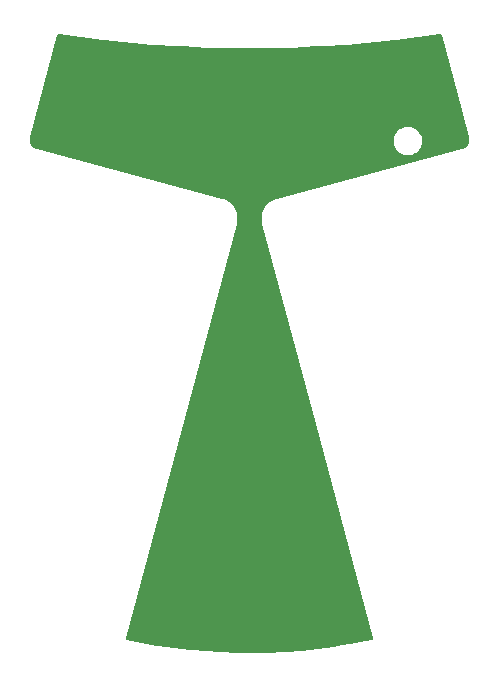
<source format=gbr>
%TF.GenerationSoftware,KiCad,Pcbnew,(5.99.0-12889-g70df3822b5)*%
%TF.CreationDate,2021-11-17T13:45:05-05:00*%
%TF.ProjectId,cover,636f7665-722e-46b6-9963-61645f706362,rev?*%
%TF.SameCoordinates,Original*%
%TF.FileFunction,Copper,L1,Top*%
%TF.FilePolarity,Positive*%
%FSLAX46Y46*%
G04 Gerber Fmt 4.6, Leading zero omitted, Abs format (unit mm)*
G04 Created by KiCad (PCBNEW (5.99.0-12889-g70df3822b5)) date 2021-11-17 13:45:05*
%MOMM*%
%LPD*%
G01*
G04 APERTURE LIST*
%TA.AperFunction,ComponentPad*%
%ADD10C,1.200000*%
%TD*%
%TA.AperFunction,ComponentPad*%
%ADD11C,3.000000*%
%TD*%
G04 APERTURE END LIST*
D10*
%TO.P,REF\u002A\u002A,*%
%TO.N,shield*%
X154000000Y-47500000D03*
X140000000Y-47500000D03*
D11*
X147000000Y-65322024D03*
%TD*%
%TA.AperFunction,Conductor*%
%TO.N,shield*%
G36*
X163209357Y-44464995D02*
G01*
X163262519Y-44512051D01*
X163277515Y-44546436D01*
X164970853Y-50866026D01*
X165583888Y-53153892D01*
X165584849Y-53161212D01*
X165585048Y-53161167D01*
X165588192Y-53175004D01*
X165588179Y-53189192D01*
X165594321Y-53201983D01*
X165594929Y-53204659D01*
X165601890Y-53224208D01*
X165603919Y-53232624D01*
X165605255Y-53238852D01*
X165611453Y-53271803D01*
X165611620Y-53272693D01*
X165612636Y-53278958D01*
X165616761Y-53309240D01*
X165617235Y-53312716D01*
X165617928Y-53318974D01*
X165620790Y-53352544D01*
X165621166Y-53358807D01*
X165622332Y-53392147D01*
X165622395Y-53398426D01*
X165621957Y-53427866D01*
X165621902Y-53431546D01*
X165621655Y-53437770D01*
X165619683Y-53468308D01*
X165619532Y-53470649D01*
X165618981Y-53476817D01*
X165615737Y-53505206D01*
X165615258Y-53509394D01*
X165614407Y-53515510D01*
X165609106Y-53547782D01*
X165607963Y-53553814D01*
X165601126Y-53585651D01*
X165599700Y-53591589D01*
X165591331Y-53623048D01*
X165589632Y-53628865D01*
X165579767Y-53659845D01*
X165579765Y-53659850D01*
X165577806Y-53665528D01*
X165566456Y-53696020D01*
X165564227Y-53701592D01*
X165557890Y-53716407D01*
X165551475Y-53731401D01*
X165548976Y-53736878D01*
X165534797Y-53766077D01*
X165534791Y-53766089D01*
X165532038Y-53771429D01*
X165516501Y-53799886D01*
X165513514Y-53805061D01*
X165496604Y-53832801D01*
X165493388Y-53837804D01*
X165490262Y-53842421D01*
X165475182Y-53864694D01*
X165471706Y-53869573D01*
X165452222Y-53895583D01*
X165448500Y-53900309D01*
X165431758Y-53920559D01*
X165427818Y-53925324D01*
X165423855Y-53929890D01*
X165401967Y-53953913D01*
X165397789Y-53958284D01*
X165374720Y-53981272D01*
X165370299Y-53985469D01*
X165346128Y-54007325D01*
X165346120Y-54007332D01*
X165341466Y-54011338D01*
X165316192Y-54032045D01*
X165311337Y-54035828D01*
X165284962Y-54055358D01*
X165279885Y-54058927D01*
X165252486Y-54077197D01*
X165247199Y-54080536D01*
X165218774Y-54097516D01*
X165213304Y-54100601D01*
X165183853Y-54116258D01*
X165178212Y-54119078D01*
X165147731Y-54133374D01*
X165141934Y-54135916D01*
X165110457Y-54148788D01*
X165104523Y-54151042D01*
X165071990Y-54162466D01*
X165065964Y-54164413D01*
X165034369Y-54173741D01*
X165026771Y-54175727D01*
X164992155Y-54183624D01*
X164992154Y-54183625D01*
X164991603Y-54181207D01*
X164987925Y-54181812D01*
X164989069Y-54186083D01*
X149304237Y-58388821D01*
X149303629Y-58386553D01*
X149301288Y-58387630D01*
X149301685Y-58388975D01*
X149289802Y-58392484D01*
X149282175Y-58394479D01*
X149247565Y-58402374D01*
X149247564Y-58402375D01*
X149247371Y-58401527D01*
X149241255Y-58402533D01*
X149242419Y-58406475D01*
X149242416Y-58406477D01*
X149242243Y-58406528D01*
X149223023Y-58412203D01*
X149222668Y-58412296D01*
X149217643Y-58412860D01*
X149210921Y-58415221D01*
X149210915Y-58415222D01*
X149203981Y-58417657D01*
X149197922Y-58419615D01*
X149190993Y-58421661D01*
X149190990Y-58421662D01*
X149184211Y-58423664D01*
X149179808Y-58426135D01*
X149179453Y-58426272D01*
X149141025Y-58439768D01*
X149140693Y-58439873D01*
X149135716Y-58440687D01*
X149129118Y-58443385D01*
X149129112Y-58443387D01*
X149122315Y-58446167D01*
X149116373Y-58448424D01*
X149109524Y-58450829D01*
X149109516Y-58450833D01*
X149102850Y-58453174D01*
X149098586Y-58455859D01*
X149098233Y-58456016D01*
X149061243Y-58471144D01*
X149060918Y-58471265D01*
X149055999Y-58472327D01*
X149049549Y-58475352D01*
X149049547Y-58475353D01*
X149042842Y-58478498D01*
X149037040Y-58481043D01*
X149023775Y-58486468D01*
X149019663Y-58489357D01*
X149019352Y-58489515D01*
X148983729Y-58506222D01*
X148983429Y-58506351D01*
X148978593Y-58507652D01*
X148972310Y-58510992D01*
X148972308Y-58510993D01*
X148965726Y-58514492D01*
X148960090Y-58517309D01*
X148953479Y-58520410D01*
X148947079Y-58523412D01*
X148943134Y-58526491D01*
X148942838Y-58526661D01*
X148908614Y-58544856D01*
X148908336Y-58544993D01*
X148903588Y-58546527D01*
X148891052Y-58554016D01*
X148885591Y-58557096D01*
X148879112Y-58560540D01*
X148879108Y-58560543D01*
X148872859Y-58563865D01*
X148869090Y-58567124D01*
X148868803Y-58567308D01*
X148835984Y-58586914D01*
X148835723Y-58587059D01*
X148831081Y-58588817D01*
X148825152Y-58592771D01*
X148825151Y-58592771D01*
X148818890Y-58596946D01*
X148813637Y-58600264D01*
X148801203Y-58607692D01*
X148797620Y-58611117D01*
X148797373Y-58611293D01*
X148765898Y-58632279D01*
X148765674Y-58632419D01*
X148761155Y-58634390D01*
X148749354Y-58643128D01*
X148744287Y-58646690D01*
X148738085Y-58650825D01*
X148738081Y-58650828D01*
X148732200Y-58654750D01*
X148728809Y-58658330D01*
X148728562Y-58658525D01*
X148698511Y-58680777D01*
X148698296Y-58680926D01*
X148693894Y-58683109D01*
X148682468Y-58692470D01*
X148677641Y-58696230D01*
X148665931Y-58704902D01*
X148662735Y-58708627D01*
X148662532Y-58708804D01*
X148633831Y-58732319D01*
X148633649Y-58732459D01*
X148629381Y-58734841D01*
X148624094Y-58739622D01*
X148618411Y-58744760D01*
X148613764Y-58748760D01*
X148607940Y-58753532D01*
X148602472Y-58758012D01*
X148599481Y-58761865D01*
X148599293Y-58762046D01*
X148571981Y-58786741D01*
X148571813Y-58786883D01*
X148567687Y-58789457D01*
X148557200Y-58799908D01*
X148552776Y-58804109D01*
X148541903Y-58813940D01*
X148539110Y-58817925D01*
X148538967Y-58818077D01*
X148513031Y-58843921D01*
X148512886Y-58844057D01*
X148508902Y-58846817D01*
X148504104Y-58852083D01*
X148504103Y-58852084D01*
X148498892Y-58857803D01*
X148494696Y-58862192D01*
X148489308Y-58867561D01*
X148489306Y-58867564D01*
X148484295Y-58872557D01*
X148481713Y-58876650D01*
X148481582Y-58876803D01*
X148465198Y-58894786D01*
X148457046Y-58903733D01*
X148456919Y-58903864D01*
X148453087Y-58906800D01*
X148448548Y-58912291D01*
X148448543Y-58912295D01*
X148443600Y-58918274D01*
X148439634Y-58922843D01*
X148434494Y-58928484D01*
X148434491Y-58928488D01*
X148429726Y-58933718D01*
X148427349Y-58937922D01*
X148427234Y-58938071D01*
X148404110Y-58966039D01*
X148404005Y-58966159D01*
X148400326Y-58969269D01*
X148396054Y-58974972D01*
X148396052Y-58974974D01*
X148391382Y-58981208D01*
X148387652Y-58985945D01*
X148382772Y-58991848D01*
X148382769Y-58991852D01*
X148378261Y-58997305D01*
X148376099Y-59001599D01*
X148375983Y-59001764D01*
X148354315Y-59030689D01*
X148354201Y-59030831D01*
X148350689Y-59034100D01*
X148346693Y-59040003D01*
X148346688Y-59040008D01*
X148342305Y-59046480D01*
X148338818Y-59051375D01*
X148334220Y-59057513D01*
X148334218Y-59057517D01*
X148329976Y-59063179D01*
X148328026Y-59067563D01*
X148327928Y-59067718D01*
X148327835Y-59067856D01*
X148307700Y-59097593D01*
X148307598Y-59097734D01*
X148304247Y-59101165D01*
X148300537Y-59107250D01*
X148300532Y-59107257D01*
X148296459Y-59113939D01*
X148293214Y-59118987D01*
X148288904Y-59125353D01*
X148284939Y-59131210D01*
X148283202Y-59135675D01*
X148283112Y-59135834D01*
X148282660Y-59136576D01*
X148264352Y-59166610D01*
X148264258Y-59166754D01*
X148261076Y-59170339D01*
X148257662Y-59176592D01*
X148257657Y-59176599D01*
X148253916Y-59183452D01*
X148250912Y-59188656D01*
X148243220Y-59201274D01*
X148241700Y-59205812D01*
X148241611Y-59205989D01*
X148224346Y-59237611D01*
X148224258Y-59237761D01*
X148221249Y-59241496D01*
X148218136Y-59247906D01*
X148218135Y-59247908D01*
X148214725Y-59254931D01*
X148211973Y-59260272D01*
X148204890Y-59273244D01*
X148203587Y-59277853D01*
X148203510Y-59278026D01*
X148187758Y-59310467D01*
X148187673Y-59310629D01*
X148184840Y-59314512D01*
X148178964Y-59328248D01*
X148178958Y-59328261D01*
X148176470Y-59333712D01*
X148170022Y-59346991D01*
X148168939Y-59351663D01*
X148168870Y-59351840D01*
X148164353Y-59362399D01*
X148154643Y-59385095D01*
X148154572Y-59385246D01*
X148151926Y-59389264D01*
X148149440Y-59395942D01*
X148146725Y-59403234D01*
X148144489Y-59408826D01*
X148144479Y-59408850D01*
X148138687Y-59422390D01*
X148137826Y-59427124D01*
X148137762Y-59427313D01*
X148125103Y-59461319D01*
X148125045Y-59461461D01*
X148122585Y-59465619D01*
X148118072Y-59479792D01*
X148116095Y-59485522D01*
X148110959Y-59499316D01*
X148110324Y-59504100D01*
X148110268Y-59504297D01*
X148099225Y-59538974D01*
X148099154Y-59539174D01*
X148096890Y-59543458D01*
X148095058Y-59550342D01*
X148095056Y-59550348D01*
X148093063Y-59557839D01*
X148091368Y-59563643D01*
X148086912Y-59577636D01*
X148086505Y-59582462D01*
X148086458Y-59582666D01*
X148077044Y-59618047D01*
X148076986Y-59618240D01*
X148074923Y-59622652D01*
X148073426Y-59629625D01*
X148073425Y-59629627D01*
X148071811Y-59637140D01*
X148070384Y-59643079D01*
X148068441Y-59650381D01*
X148068439Y-59650392D01*
X148066621Y-59657226D01*
X148066447Y-59662088D01*
X148066409Y-59662299D01*
X148064126Y-59672932D01*
X148058673Y-59698323D01*
X148058618Y-59698543D01*
X148056765Y-59703067D01*
X148055611Y-59710095D01*
X148055608Y-59710104D01*
X148054368Y-59717655D01*
X148053227Y-59723681D01*
X148050161Y-59737958D01*
X148050223Y-59742840D01*
X148050190Y-59743093D01*
X148044177Y-59779697D01*
X148044128Y-59779945D01*
X148042491Y-59784576D01*
X148041682Y-59791655D01*
X148041681Y-59791659D01*
X148040819Y-59799206D01*
X148039971Y-59805305D01*
X148037608Y-59819689D01*
X148037910Y-59824591D01*
X148037888Y-59824857D01*
X148034165Y-59857433D01*
X148033638Y-59862047D01*
X148033599Y-59862313D01*
X148032185Y-59867042D01*
X148031239Y-59881689D01*
X148031239Y-59881692D01*
X148030689Y-59887848D01*
X148029038Y-59902298D01*
X148029582Y-59907203D01*
X148029572Y-59907504D01*
X148027138Y-59945212D01*
X148027109Y-59945512D01*
X148025925Y-59950329D01*
X148025819Y-59957450D01*
X148025818Y-59957456D01*
X148025706Y-59964977D01*
X148025459Y-59971197D01*
X148024527Y-59985640D01*
X148025316Y-59990535D01*
X148025321Y-59990851D01*
X148024752Y-60029089D01*
X148024738Y-60029395D01*
X148023790Y-60034293D01*
X148024039Y-60041420D01*
X148024039Y-60041424D01*
X148024300Y-60048874D01*
X148024363Y-60055158D01*
X148024148Y-60069577D01*
X148025184Y-60074455D01*
X148025206Y-60074785D01*
X148026560Y-60113503D01*
X148026561Y-60113838D01*
X148025857Y-60118798D01*
X148027092Y-60133284D01*
X148027093Y-60133292D01*
X148027472Y-60139586D01*
X148027975Y-60153966D01*
X148029258Y-60158803D01*
X148029299Y-60159158D01*
X148032641Y-60198341D01*
X148032659Y-60198680D01*
X148032204Y-60203685D01*
X148033166Y-60210745D01*
X148034162Y-60218054D01*
X148034859Y-60224355D01*
X148035478Y-60231608D01*
X148035479Y-60231612D01*
X148036080Y-60238663D01*
X148037611Y-60243450D01*
X148037670Y-60243802D01*
X148043068Y-60283429D01*
X148043104Y-60283772D01*
X148042901Y-60288817D01*
X148044219Y-60295824D01*
X148044219Y-60295829D01*
X148045583Y-60303086D01*
X148046599Y-60309352D01*
X148048529Y-60323518D01*
X148050302Y-60328233D01*
X148050384Y-60328606D01*
X148057911Y-60368628D01*
X148057965Y-60368972D01*
X148058018Y-60374030D01*
X148059717Y-60381078D01*
X148061411Y-60388106D01*
X148062745Y-60394328D01*
X148065388Y-60408383D01*
X148067400Y-60413010D01*
X148067501Y-60413378D01*
X148072319Y-60433368D01*
X148073985Y-60447446D01*
X148075833Y-60455581D01*
X148075821Y-60469770D01*
X148082430Y-60483533D01*
X148090551Y-60505455D01*
X152622830Y-77420157D01*
X157484233Y-95563170D01*
X157482543Y-95634146D01*
X157442749Y-95692942D01*
X157389583Y-95718842D01*
X156822635Y-95843494D01*
X156819188Y-95844201D01*
X155482956Y-96099101D01*
X155479491Y-96099712D01*
X154808066Y-96208459D01*
X154136630Y-96317208D01*
X154133173Y-96317718D01*
X153422060Y-96412601D01*
X152784782Y-96497632D01*
X152781286Y-96498049D01*
X151428355Y-96640248D01*
X151424900Y-96640563D01*
X150068528Y-96744931D01*
X150065032Y-96745150D01*
X149776940Y-96759240D01*
X148706271Y-96811604D01*
X148702755Y-96811726D01*
X147744437Y-96831801D01*
X147342737Y-96840215D01*
X147339244Y-96840240D01*
X146697209Y-96835757D01*
X145978889Y-96830742D01*
X145975372Y-96830668D01*
X144615863Y-96783193D01*
X144612348Y-96783021D01*
X143254685Y-96697604D01*
X143251177Y-96697334D01*
X142245554Y-96605815D01*
X141896451Y-96574044D01*
X141892966Y-96573679D01*
X141474032Y-96523724D01*
X140542128Y-96412601D01*
X140538641Y-96412135D01*
X140135505Y-96352605D01*
X139192899Y-96213414D01*
X139189498Y-96212864D01*
X137849732Y-95976627D01*
X137846277Y-95975967D01*
X136611288Y-95722459D01*
X136548581Y-95689168D01*
X136513826Y-95627260D01*
X136514917Y-95566422D01*
X145909397Y-60505734D01*
X145917613Y-60483611D01*
X145917956Y-60482899D01*
X145924120Y-60470119D01*
X145924132Y-60455930D01*
X145925893Y-60448242D01*
X145927633Y-60433652D01*
X145932482Y-60413533D01*
X145932577Y-60413190D01*
X145934601Y-60408557D01*
X145936569Y-60398095D01*
X145937278Y-60394329D01*
X145938613Y-60388103D01*
X145940306Y-60381078D01*
X145940307Y-60381073D01*
X145941962Y-60374204D01*
X145942024Y-60369157D01*
X145942086Y-60368761D01*
X145949604Y-60328785D01*
X145949686Y-60328411D01*
X145951470Y-60323693D01*
X145953429Y-60309314D01*
X145954439Y-60303076D01*
X145957088Y-60288991D01*
X145956894Y-60283952D01*
X145956931Y-60283602D01*
X145962332Y-60243960D01*
X145962387Y-60243629D01*
X145963927Y-60238840D01*
X145964533Y-60231737D01*
X145964534Y-60231730D01*
X145965162Y-60224368D01*
X145965859Y-60218071D01*
X145966839Y-60210876D01*
X145966839Y-60210868D01*
X145967794Y-60203860D01*
X145967348Y-60198856D01*
X145967368Y-60198482D01*
X145970709Y-60159316D01*
X145970748Y-60158985D01*
X145972041Y-60154142D01*
X145972550Y-60139586D01*
X145972929Y-60133284D01*
X145973548Y-60126028D01*
X145973548Y-60126022D01*
X145974149Y-60118974D01*
X145973455Y-60114020D01*
X145973456Y-60113682D01*
X145974811Y-60074933D01*
X145974831Y-60074630D01*
X145975876Y-60069754D01*
X145975659Y-60055158D01*
X145975722Y-60048890D01*
X145975979Y-60041532D01*
X145976226Y-60034469D01*
X145975289Y-60029577D01*
X145975273Y-60029233D01*
X145974704Y-59991018D01*
X145974709Y-59990714D01*
X145975507Y-59985816D01*
X145974563Y-59971186D01*
X145974316Y-59964966D01*
X145974206Y-59957578D01*
X145974205Y-59957573D01*
X145974100Y-59950506D01*
X145972926Y-59945690D01*
X145972897Y-59945386D01*
X145971283Y-59920404D01*
X145970458Y-59907637D01*
X145970450Y-59907383D01*
X145971004Y-59902474D01*
X145969333Y-59887854D01*
X145968786Y-59881734D01*
X145967849Y-59867218D01*
X145966444Y-59862486D01*
X145966401Y-59862195D01*
X145965858Y-59857437D01*
X145962153Y-59825018D01*
X145962132Y-59824765D01*
X145962442Y-59819863D01*
X145960051Y-59805305D01*
X145959206Y-59799231D01*
X145958355Y-59791783D01*
X145958354Y-59791780D01*
X145957551Y-59784752D01*
X145955922Y-59780121D01*
X145955867Y-59779839D01*
X145955844Y-59779697D01*
X145949856Y-59743238D01*
X145949828Y-59743020D01*
X145949898Y-59738131D01*
X145946794Y-59723675D01*
X145945653Y-59717649D01*
X145944433Y-59710221D01*
X145944432Y-59710218D01*
X145943286Y-59703241D01*
X145941442Y-59698718D01*
X145941378Y-59698458D01*
X145941349Y-59698323D01*
X145933648Y-59662462D01*
X145933612Y-59662262D01*
X145933446Y-59657397D01*
X145929637Y-59643079D01*
X145928213Y-59637151D01*
X145926620Y-59629732D01*
X145926618Y-59629726D01*
X145925136Y-59622826D01*
X145923087Y-59618426D01*
X145923014Y-59618182D01*
X145913606Y-59582824D01*
X145913561Y-59582628D01*
X145913163Y-59577805D01*
X145908653Y-59563642D01*
X145906953Y-59557821D01*
X145904995Y-59550462D01*
X145903177Y-59543629D01*
X145900923Y-59539345D01*
X145900847Y-59539129D01*
X145889805Y-59504456D01*
X145889751Y-59504266D01*
X145889124Y-59499480D01*
X145886592Y-59492679D01*
X145883926Y-59485516D01*
X145881951Y-59479792D01*
X145879639Y-59472533D01*
X145877491Y-59465787D01*
X145875041Y-59461631D01*
X145874962Y-59461437D01*
X145862314Y-59427461D01*
X145862256Y-59427288D01*
X145861404Y-59422556D01*
X145858550Y-59415884D01*
X145855541Y-59408850D01*
X145853303Y-59403253D01*
X145850625Y-59396058D01*
X145850623Y-59396054D01*
X145848156Y-59389427D01*
X145845518Y-59385408D01*
X145845430Y-59385218D01*
X145831215Y-59351991D01*
X145831155Y-59351836D01*
X145830077Y-59347150D01*
X145823553Y-59333714D01*
X145821058Y-59328248D01*
X145818034Y-59321180D01*
X145815252Y-59314677D01*
X145812432Y-59310798D01*
X145812342Y-59310626D01*
X145796584Y-59278175D01*
X145796513Y-59278015D01*
X145795217Y-59273400D01*
X145788046Y-59260266D01*
X145785300Y-59254938D01*
X145785297Y-59254931D01*
X145778850Y-59241655D01*
X145775853Y-59237920D01*
X145775753Y-59237751D01*
X145758488Y-59206131D01*
X145758408Y-59205973D01*
X145756894Y-59201425D01*
X145749111Y-59188658D01*
X145746115Y-59183467D01*
X145742422Y-59176703D01*
X145742418Y-59176698D01*
X145739031Y-59170494D01*
X145735857Y-59166904D01*
X145735759Y-59166754D01*
X145716999Y-59135981D01*
X145716915Y-59135831D01*
X145715183Y-59131356D01*
X145711183Y-59125448D01*
X145706792Y-59118962D01*
X145703540Y-59113904D01*
X145699548Y-59107355D01*
X145695867Y-59101316D01*
X145692524Y-59097881D01*
X145692420Y-59097737D01*
X145692323Y-59097593D01*
X145672181Y-59067844D01*
X145672097Y-59067710D01*
X145670153Y-59063321D01*
X145665885Y-59057624D01*
X145665883Y-59057620D01*
X145661200Y-59051369D01*
X145657717Y-59046480D01*
X145649433Y-59034246D01*
X145645926Y-59030971D01*
X145645797Y-59030809D01*
X145624134Y-59001892D01*
X145624030Y-59001744D01*
X145621873Y-58997441D01*
X145612374Y-58985952D01*
X145608642Y-58981211D01*
X145604042Y-58975071D01*
X145599802Y-58969411D01*
X145596138Y-58966302D01*
X145596001Y-58966147D01*
X145572904Y-58938211D01*
X145572784Y-58938055D01*
X145570415Y-58933849D01*
X145560366Y-58922819D01*
X145556433Y-58918289D01*
X145547047Y-58906936D01*
X145543227Y-58903997D01*
X145543076Y-58903842D01*
X145518557Y-58876930D01*
X145518428Y-58876779D01*
X145515853Y-58872682D01*
X145505315Y-58862180D01*
X145501132Y-58857806D01*
X145496003Y-58852177D01*
X145491239Y-58846948D01*
X145487267Y-58844186D01*
X145487101Y-58844031D01*
X145464424Y-58821433D01*
X145461194Y-58818214D01*
X145461034Y-58818044D01*
X145458250Y-58814058D01*
X145452965Y-58809279D01*
X145447258Y-58804118D01*
X145442832Y-58799917D01*
X145437468Y-58794572D01*
X145437466Y-58794570D01*
X145432460Y-58789582D01*
X145428340Y-58787002D01*
X145428150Y-58786841D01*
X145400845Y-58762151D01*
X145400677Y-58761989D01*
X145397687Y-58758124D01*
X145392178Y-58753610D01*
X145386255Y-58748757D01*
X145381606Y-58744755D01*
X145376022Y-58739706D01*
X145376021Y-58739706D01*
X145370773Y-58734960D01*
X145366514Y-58732574D01*
X145366305Y-58732413D01*
X145337615Y-58708906D01*
X145337425Y-58708740D01*
X145334233Y-58705007D01*
X145322391Y-58696238D01*
X145317521Y-58692443D01*
X145311732Y-58687700D01*
X145306265Y-58683221D01*
X145301870Y-58681031D01*
X145301643Y-58680874D01*
X145271579Y-58658612D01*
X145271356Y-58658435D01*
X145267969Y-58654849D01*
X145262048Y-58650901D01*
X145262046Y-58650899D01*
X145255750Y-58646701D01*
X145250689Y-58643144D01*
X145239009Y-58634495D01*
X145234490Y-58632514D01*
X145234238Y-58632357D01*
X145202789Y-58611387D01*
X145202549Y-58611216D01*
X145198970Y-58607783D01*
X145186401Y-58600274D01*
X145181124Y-58596941D01*
X145174971Y-58592838D01*
X145174967Y-58592836D01*
X145169088Y-58588916D01*
X145164456Y-58587153D01*
X145164176Y-58586997D01*
X145164037Y-58586914D01*
X145131336Y-58567378D01*
X145131089Y-58567219D01*
X145127319Y-58563948D01*
X145114426Y-58557093D01*
X145108969Y-58554015D01*
X145096585Y-58546617D01*
X145091842Y-58545075D01*
X145091564Y-58544938D01*
X145067449Y-58532118D01*
X145057322Y-58526734D01*
X145057046Y-58526576D01*
X145053104Y-58523487D01*
X145039914Y-58517301D01*
X145034313Y-58514501D01*
X145021585Y-58507734D01*
X145016757Y-58506427D01*
X145016421Y-58506282D01*
X144980829Y-58489589D01*
X144980519Y-58489432D01*
X144976411Y-58486535D01*
X144969814Y-58483837D01*
X144962970Y-58481038D01*
X144957167Y-58478492D01*
X144950587Y-58475406D01*
X144950582Y-58475404D01*
X144944183Y-58472403D01*
X144939273Y-58471334D01*
X144938946Y-58471212D01*
X144901902Y-58456062D01*
X144901604Y-58455929D01*
X144897339Y-58453233D01*
X144883670Y-58448432D01*
X144877753Y-58446185D01*
X144864470Y-58440753D01*
X144859495Y-58439930D01*
X144859129Y-58439814D01*
X144820717Y-58426324D01*
X144820387Y-58426196D01*
X144815981Y-58423714D01*
X144802100Y-58419615D01*
X144796070Y-58417668D01*
X144782546Y-58412919D01*
X144777531Y-58412347D01*
X144777157Y-58412249D01*
X144757778Y-58406527D01*
X144759001Y-58402387D01*
X144753030Y-58401448D01*
X144752781Y-58402530D01*
X144717938Y-58394518D01*
X144710494Y-58392565D01*
X144698511Y-58389027D01*
X144698508Y-58389026D01*
X144698969Y-58387465D01*
X144696639Y-58386310D01*
X144695954Y-58388866D01*
X129011130Y-54186131D01*
X129012414Y-54181340D01*
X129008869Y-54180829D01*
X129008191Y-54183780D01*
X128973349Y-54175768D01*
X128965905Y-54173815D01*
X128934083Y-54164419D01*
X128928023Y-54162462D01*
X128895509Y-54151046D01*
X128895495Y-54151041D01*
X128889576Y-54148793D01*
X128858088Y-54135916D01*
X128852292Y-54133373D01*
X128821810Y-54119078D01*
X128816162Y-54116255D01*
X128812047Y-54114067D01*
X128800020Y-54107673D01*
X128786713Y-54100599D01*
X128781243Y-54097513D01*
X128752810Y-54080528D01*
X128747526Y-54077191D01*
X128720135Y-54058927D01*
X128715055Y-54055356D01*
X128688715Y-54035852D01*
X128683871Y-54032079D01*
X128658514Y-54011303D01*
X128653920Y-54007348D01*
X128629749Y-53985493D01*
X128625322Y-53981291D01*
X128602241Y-53958291D01*
X128598041Y-53953899D01*
X128576150Y-53929871D01*
X128572203Y-53925324D01*
X128551491Y-53900273D01*
X128547818Y-53895607D01*
X128528312Y-53869569D01*
X128524842Y-53864698D01*
X128506656Y-53837837D01*
X128503404Y-53832778D01*
X128502230Y-53830851D01*
X128486515Y-53805071D01*
X128483514Y-53799873D01*
X128479901Y-53793256D01*
X128467964Y-53771392D01*
X128465225Y-53766077D01*
X128451059Y-53736903D01*
X128448559Y-53731425D01*
X128435792Y-53701582D01*
X128433554Y-53695984D01*
X128428391Y-53682115D01*
X128422226Y-53665555D01*
X128420255Y-53659845D01*
X128410390Y-53628865D01*
X128408685Y-53623025D01*
X128401122Y-53594594D01*
X159198074Y-53594594D01*
X159199053Y-53600291D01*
X159199053Y-53600292D01*
X159228006Y-53768788D01*
X159235438Y-53812043D01*
X159311804Y-54019043D01*
X159314756Y-54024004D01*
X159314756Y-54024005D01*
X159409813Y-54183780D01*
X159424614Y-54208659D01*
X159570090Y-54374543D01*
X159743360Y-54511137D01*
X159938620Y-54613869D01*
X160149333Y-54679297D01*
X160155070Y-54679976D01*
X160324789Y-54700064D01*
X160324795Y-54700064D01*
X160328476Y-54700500D01*
X160455970Y-54700500D01*
X160619711Y-54685454D01*
X160625273Y-54683885D01*
X160625275Y-54683885D01*
X160725887Y-54655510D01*
X160832064Y-54625565D01*
X161029947Y-54527980D01*
X161052503Y-54511137D01*
X161202109Y-54399420D01*
X161202110Y-54399420D01*
X161206733Y-54395967D01*
X161305770Y-54288829D01*
X161352582Y-54238189D01*
X161352584Y-54238186D01*
X161356501Y-54233949D01*
X161474236Y-54047350D01*
X161555994Y-53842421D01*
X161557917Y-53832756D01*
X161597911Y-53631691D01*
X161597911Y-53631688D01*
X161599038Y-53626024D01*
X161599275Y-53607975D01*
X161600794Y-53491862D01*
X161601926Y-53405406D01*
X161600947Y-53399708D01*
X161565541Y-53193654D01*
X161565541Y-53193653D01*
X161564562Y-53187957D01*
X161488196Y-52980957D01*
X161375386Y-52791341D01*
X161229910Y-52625457D01*
X161056640Y-52488863D01*
X160861380Y-52386131D01*
X160650667Y-52320703D01*
X160636718Y-52319052D01*
X160475211Y-52299936D01*
X160475205Y-52299936D01*
X160471524Y-52299500D01*
X160344030Y-52299500D01*
X160180289Y-52314546D01*
X160174727Y-52316115D01*
X160174725Y-52316115D01*
X160074113Y-52344490D01*
X159967936Y-52374435D01*
X159770053Y-52472020D01*
X159765427Y-52475474D01*
X159765426Y-52475475D01*
X159742709Y-52492439D01*
X159593267Y-52604033D01*
X159443499Y-52766051D01*
X159325764Y-52952650D01*
X159244006Y-53157579D01*
X159242880Y-53163239D01*
X159242879Y-53163243D01*
X159204605Y-53355661D01*
X159200962Y-53373976D01*
X159200886Y-53379751D01*
X159200886Y-53379755D01*
X159199615Y-53476839D01*
X159198074Y-53594594D01*
X128401122Y-53594594D01*
X128400329Y-53591613D01*
X128398903Y-53585681D01*
X128392056Y-53553802D01*
X128390913Y-53547767D01*
X128388277Y-53531721D01*
X128385613Y-53515501D01*
X128384765Y-53509402D01*
X128384762Y-53509371D01*
X128381044Y-53476839D01*
X128380491Y-53470656D01*
X128380491Y-53470649D01*
X128378367Y-53437763D01*
X128378120Y-53431542D01*
X128378066Y-53427866D01*
X128377627Y-53398426D01*
X128377690Y-53392148D01*
X128378857Y-53358801D01*
X128379236Y-53352504D01*
X128382091Y-53319020D01*
X128382788Y-53312716D01*
X128387383Y-53278987D01*
X128388401Y-53272707D01*
X128394768Y-53238852D01*
X128396100Y-53232635D01*
X128398062Y-53224493D01*
X128404917Y-53205298D01*
X128405599Y-53202320D01*
X128411763Y-53189541D01*
X128411775Y-53175352D01*
X128414943Y-53161521D01*
X128415083Y-53161553D01*
X128416059Y-53154172D01*
X130722487Y-44546439D01*
X130759439Y-44485816D01*
X130823299Y-44454795D01*
X130860807Y-44454150D01*
X134587980Y-44949976D01*
X134642005Y-44957163D01*
X134641733Y-44959211D01*
X134645570Y-44959026D01*
X134645632Y-44958367D01*
X134650216Y-44958801D01*
X134662108Y-44959927D01*
X134666813Y-44960463D01*
X134683089Y-44962628D01*
X134683091Y-44962628D01*
X134682983Y-44963437D01*
X134686683Y-44964605D01*
X134686904Y-44962276D01*
X138746377Y-45346768D01*
X138746199Y-45348644D01*
X138750018Y-45348387D01*
X138750049Y-45347835D01*
X138754486Y-45348087D01*
X138754489Y-45348087D01*
X138757164Y-45348239D01*
X138757167Y-45348239D01*
X138764038Y-45348628D01*
X138766595Y-45348773D01*
X138771322Y-45349131D01*
X138787647Y-45350677D01*
X138787648Y-45350677D01*
X138787571Y-45351493D01*
X138791306Y-45352518D01*
X138791438Y-45350182D01*
X142859625Y-45580875D01*
X142859511Y-45582892D01*
X142863317Y-45582438D01*
X142863329Y-45581801D01*
X142867924Y-45581888D01*
X142867926Y-45581888D01*
X142879884Y-45582113D01*
X142884627Y-45582293D01*
X142896339Y-45582957D01*
X142899048Y-45583111D01*
X142901012Y-45583222D01*
X142901013Y-45583222D01*
X142900967Y-45584041D01*
X142904740Y-45584925D01*
X142904784Y-45582584D01*
X146977319Y-45659481D01*
X146977279Y-45661602D01*
X146981070Y-45660962D01*
X146981057Y-45660267D01*
X146997612Y-45659954D01*
X147002372Y-45659954D01*
X147014098Y-45660176D01*
X147014099Y-45660176D01*
X147018767Y-45660264D01*
X147018752Y-45661082D01*
X147022554Y-45661823D01*
X147022510Y-45659484D01*
X151095044Y-45582588D01*
X151095081Y-45584526D01*
X151098843Y-45583818D01*
X151098810Y-45583232D01*
X151098812Y-45583232D01*
X151100036Y-45583163D01*
X151103313Y-45582977D01*
X151103315Y-45582977D01*
X151115361Y-45582293D01*
X151120096Y-45582114D01*
X151135682Y-45581820D01*
X151136495Y-45581805D01*
X151136510Y-45582625D01*
X151140334Y-45583221D01*
X151140202Y-45580885D01*
X155208384Y-45350192D01*
X155208501Y-45352248D01*
X155212243Y-45351348D01*
X155212181Y-45350694D01*
X155216765Y-45350260D01*
X155216769Y-45350259D01*
X155219272Y-45350022D01*
X155219275Y-45350022D01*
X155228687Y-45349131D01*
X155233429Y-45348772D01*
X155237206Y-45348558D01*
X155245101Y-45348110D01*
X155245102Y-45348110D01*
X155247305Y-45347985D01*
X155249770Y-45347845D01*
X155249816Y-45348663D01*
X155253667Y-45349115D01*
X155253446Y-45346785D01*
X159312924Y-44962293D01*
X159313126Y-44964421D01*
X159316827Y-44963347D01*
X159316734Y-44962651D01*
X159316735Y-44962651D01*
X159319554Y-44962276D01*
X159321336Y-44962039D01*
X159321337Y-44962039D01*
X159333146Y-44960467D01*
X159337875Y-44959929D01*
X159337897Y-44959927D01*
X159340726Y-44959659D01*
X159347159Y-44959050D01*
X159347160Y-44959050D01*
X159349566Y-44958822D01*
X159349567Y-44958822D01*
X159354192Y-44958384D01*
X159354269Y-44959195D01*
X159358134Y-44959501D01*
X159357826Y-44957185D01*
X159412017Y-44949976D01*
X163139194Y-44454150D01*
X163209357Y-44464995D01*
G37*
%TD.AperFunction*%
%TD*%
M02*

</source>
